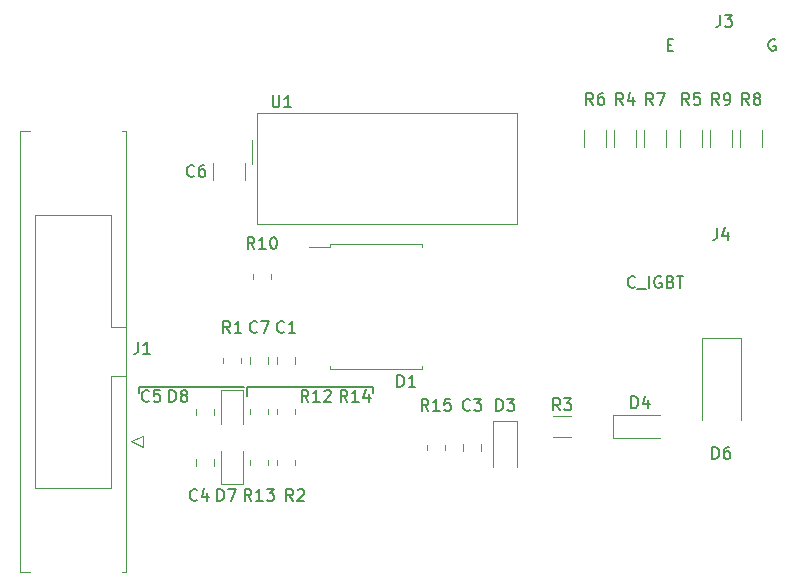
<source format=gbr>
%TF.GenerationSoftware,KiCad,Pcbnew,(6.0.1)*%
%TF.CreationDate,2022-08-22T15:24:11+03:00*%
%TF.ProjectId,Driver_Board,44726976-6572-45f4-926f-6172642e6b69,rev?*%
%TF.SameCoordinates,Original*%
%TF.FileFunction,Legend,Top*%
%TF.FilePolarity,Positive*%
%FSLAX46Y46*%
G04 Gerber Fmt 4.6, Leading zero omitted, Abs format (unit mm)*
G04 Created by KiCad (PCBNEW (6.0.1)) date 2022-08-22 15:24:11*
%MOMM*%
%LPD*%
G01*
G04 APERTURE LIST*
%ADD10C,0.150000*%
%ADD11C,0.120000*%
G04 APERTURE END LIST*
D10*
X78486000Y-81788000D02*
X78486000Y-81026000D01*
X89154000Y-81026000D02*
X89154000Y-81534000D01*
X78232000Y-81026000D02*
X69342000Y-81026000D01*
X69342000Y-81026000D02*
X69342000Y-81534000D01*
X78486000Y-81026000D02*
X89154000Y-81026000D01*
X114085714Y-51998571D02*
X114419047Y-51998571D01*
X114561904Y-52522380D02*
X114085714Y-52522380D01*
X114085714Y-51522380D01*
X114561904Y-51522380D01*
X111339523Y-72493142D02*
X111291904Y-72540761D01*
X111149047Y-72588380D01*
X111053809Y-72588380D01*
X110910952Y-72540761D01*
X110815714Y-72445523D01*
X110768095Y-72350285D01*
X110720476Y-72159809D01*
X110720476Y-72016952D01*
X110768095Y-71826476D01*
X110815714Y-71731238D01*
X110910952Y-71636000D01*
X111053809Y-71588380D01*
X111149047Y-71588380D01*
X111291904Y-71636000D01*
X111339523Y-71683619D01*
X111530000Y-72683619D02*
X112291904Y-72683619D01*
X112530000Y-72588380D02*
X112530000Y-71588380D01*
X113530000Y-71636000D02*
X113434761Y-71588380D01*
X113291904Y-71588380D01*
X113149047Y-71636000D01*
X113053809Y-71731238D01*
X113006190Y-71826476D01*
X112958571Y-72016952D01*
X112958571Y-72159809D01*
X113006190Y-72350285D01*
X113053809Y-72445523D01*
X113149047Y-72540761D01*
X113291904Y-72588380D01*
X113387142Y-72588380D01*
X113530000Y-72540761D01*
X113577619Y-72493142D01*
X113577619Y-72159809D01*
X113387142Y-72159809D01*
X114339523Y-72064571D02*
X114482380Y-72112190D01*
X114530000Y-72159809D01*
X114577619Y-72255047D01*
X114577619Y-72397904D01*
X114530000Y-72493142D01*
X114482380Y-72540761D01*
X114387142Y-72588380D01*
X114006190Y-72588380D01*
X114006190Y-71588380D01*
X114339523Y-71588380D01*
X114434761Y-71636000D01*
X114482380Y-71683619D01*
X114530000Y-71778857D01*
X114530000Y-71874095D01*
X114482380Y-71969333D01*
X114434761Y-72016952D01*
X114339523Y-72064571D01*
X114006190Y-72064571D01*
X114863333Y-71588380D02*
X115434761Y-71588380D01*
X115149047Y-72588380D02*
X115149047Y-71588380D01*
X123197904Y-51570000D02*
X123102666Y-51522380D01*
X122959809Y-51522380D01*
X122816952Y-51570000D01*
X122721714Y-51665238D01*
X122674095Y-51760476D01*
X122626476Y-51950952D01*
X122626476Y-52093809D01*
X122674095Y-52284285D01*
X122721714Y-52379523D01*
X122816952Y-52474761D01*
X122959809Y-52522380D01*
X123055047Y-52522380D01*
X123197904Y-52474761D01*
X123245523Y-52427142D01*
X123245523Y-52093809D01*
X123055047Y-52093809D01*
%TO.C,J3*%
X118538666Y-49490380D02*
X118538666Y-50204666D01*
X118491047Y-50347523D01*
X118395809Y-50442761D01*
X118252952Y-50490380D01*
X118157714Y-50490380D01*
X118919619Y-49490380D02*
X119538666Y-49490380D01*
X119205333Y-49871333D01*
X119348190Y-49871333D01*
X119443428Y-49918952D01*
X119491047Y-49966571D01*
X119538666Y-50061809D01*
X119538666Y-50299904D01*
X119491047Y-50395142D01*
X119443428Y-50442761D01*
X119348190Y-50490380D01*
X119062476Y-50490380D01*
X118967238Y-50442761D01*
X118919619Y-50395142D01*
%TO.C,C3*%
X97369333Y-82907142D02*
X97321714Y-82954761D01*
X97178857Y-83002380D01*
X97083619Y-83002380D01*
X96940761Y-82954761D01*
X96845523Y-82859523D01*
X96797904Y-82764285D01*
X96750285Y-82573809D01*
X96750285Y-82430952D01*
X96797904Y-82240476D01*
X96845523Y-82145238D01*
X96940761Y-82050000D01*
X97083619Y-82002380D01*
X97178857Y-82002380D01*
X97321714Y-82050000D01*
X97369333Y-82097619D01*
X97702666Y-82002380D02*
X98321714Y-82002380D01*
X97988380Y-82383333D01*
X98131238Y-82383333D01*
X98226476Y-82430952D01*
X98274095Y-82478571D01*
X98321714Y-82573809D01*
X98321714Y-82811904D01*
X98274095Y-82907142D01*
X98226476Y-82954761D01*
X98131238Y-83002380D01*
X97845523Y-83002380D01*
X97750285Y-82954761D01*
X97702666Y-82907142D01*
%TO.C,R8*%
X120991333Y-57094380D02*
X120658000Y-56618190D01*
X120419904Y-57094380D02*
X120419904Y-56094380D01*
X120800857Y-56094380D01*
X120896095Y-56142000D01*
X120943714Y-56189619D01*
X120991333Y-56284857D01*
X120991333Y-56427714D01*
X120943714Y-56522952D01*
X120896095Y-56570571D01*
X120800857Y-56618190D01*
X120419904Y-56618190D01*
X121562761Y-56522952D02*
X121467523Y-56475333D01*
X121419904Y-56427714D01*
X121372285Y-56332476D01*
X121372285Y-56284857D01*
X121419904Y-56189619D01*
X121467523Y-56142000D01*
X121562761Y-56094380D01*
X121753238Y-56094380D01*
X121848476Y-56142000D01*
X121896095Y-56189619D01*
X121943714Y-56284857D01*
X121943714Y-56332476D01*
X121896095Y-56427714D01*
X121848476Y-56475333D01*
X121753238Y-56522952D01*
X121562761Y-56522952D01*
X121467523Y-56570571D01*
X121419904Y-56618190D01*
X121372285Y-56713428D01*
X121372285Y-56903904D01*
X121419904Y-56999142D01*
X121467523Y-57046761D01*
X121562761Y-57094380D01*
X121753238Y-57094380D01*
X121848476Y-57046761D01*
X121896095Y-56999142D01*
X121943714Y-56903904D01*
X121943714Y-56713428D01*
X121896095Y-56618190D01*
X121848476Y-56570571D01*
X121753238Y-56522952D01*
%TO.C,R13*%
X78859142Y-90622380D02*
X78525809Y-90146190D01*
X78287714Y-90622380D02*
X78287714Y-89622380D01*
X78668666Y-89622380D01*
X78763904Y-89670000D01*
X78811523Y-89717619D01*
X78859142Y-89812857D01*
X78859142Y-89955714D01*
X78811523Y-90050952D01*
X78763904Y-90098571D01*
X78668666Y-90146190D01*
X78287714Y-90146190D01*
X79811523Y-90622380D02*
X79240095Y-90622380D01*
X79525809Y-90622380D02*
X79525809Y-89622380D01*
X79430571Y-89765238D01*
X79335333Y-89860476D01*
X79240095Y-89908095D01*
X80144857Y-89622380D02*
X80763904Y-89622380D01*
X80430571Y-90003333D01*
X80573428Y-90003333D01*
X80668666Y-90050952D01*
X80716285Y-90098571D01*
X80763904Y-90193809D01*
X80763904Y-90431904D01*
X80716285Y-90527142D01*
X80668666Y-90574761D01*
X80573428Y-90622380D01*
X80287714Y-90622380D01*
X80192476Y-90574761D01*
X80144857Y-90527142D01*
%TO.C,R7*%
X112863333Y-57094380D02*
X112530000Y-56618190D01*
X112291904Y-57094380D02*
X112291904Y-56094380D01*
X112672857Y-56094380D01*
X112768095Y-56142000D01*
X112815714Y-56189619D01*
X112863333Y-56284857D01*
X112863333Y-56427714D01*
X112815714Y-56522952D01*
X112768095Y-56570571D01*
X112672857Y-56618190D01*
X112291904Y-56618190D01*
X113196666Y-56094380D02*
X113863333Y-56094380D01*
X113434761Y-57094380D01*
%TO.C,R14*%
X86987142Y-82240380D02*
X86653809Y-81764190D01*
X86415714Y-82240380D02*
X86415714Y-81240380D01*
X86796666Y-81240380D01*
X86891904Y-81288000D01*
X86939523Y-81335619D01*
X86987142Y-81430857D01*
X86987142Y-81573714D01*
X86939523Y-81668952D01*
X86891904Y-81716571D01*
X86796666Y-81764190D01*
X86415714Y-81764190D01*
X87939523Y-82240380D02*
X87368095Y-82240380D01*
X87653809Y-82240380D02*
X87653809Y-81240380D01*
X87558571Y-81383238D01*
X87463333Y-81478476D01*
X87368095Y-81526095D01*
X88796666Y-81573714D02*
X88796666Y-82240380D01*
X88558571Y-81192761D02*
X88320476Y-81907047D01*
X88939523Y-81907047D01*
%TO.C,J1*%
X69262666Y-77176380D02*
X69262666Y-77890666D01*
X69215047Y-78033523D01*
X69119809Y-78128761D01*
X68976952Y-78176380D01*
X68881714Y-78176380D01*
X70262666Y-78176380D02*
X69691238Y-78176380D01*
X69976952Y-78176380D02*
X69976952Y-77176380D01*
X69881714Y-77319238D01*
X69786476Y-77414476D01*
X69691238Y-77462095D01*
%TO.C,C6*%
X74001333Y-63095142D02*
X73953714Y-63142761D01*
X73810857Y-63190380D01*
X73715619Y-63190380D01*
X73572761Y-63142761D01*
X73477523Y-63047523D01*
X73429904Y-62952285D01*
X73382285Y-62761809D01*
X73382285Y-62618952D01*
X73429904Y-62428476D01*
X73477523Y-62333238D01*
X73572761Y-62238000D01*
X73715619Y-62190380D01*
X73810857Y-62190380D01*
X73953714Y-62238000D01*
X74001333Y-62285619D01*
X74858476Y-62190380D02*
X74668000Y-62190380D01*
X74572761Y-62238000D01*
X74525142Y-62285619D01*
X74429904Y-62428476D01*
X74382285Y-62618952D01*
X74382285Y-62999904D01*
X74429904Y-63095142D01*
X74477523Y-63142761D01*
X74572761Y-63190380D01*
X74763238Y-63190380D01*
X74858476Y-63142761D01*
X74906095Y-63095142D01*
X74953714Y-62999904D01*
X74953714Y-62761809D01*
X74906095Y-62666571D01*
X74858476Y-62618952D01*
X74763238Y-62571333D01*
X74572761Y-62571333D01*
X74477523Y-62618952D01*
X74429904Y-62666571D01*
X74382285Y-62761809D01*
%TO.C,J4*%
X118284666Y-67524380D02*
X118284666Y-68238666D01*
X118237047Y-68381523D01*
X118141809Y-68476761D01*
X117998952Y-68524380D01*
X117903714Y-68524380D01*
X119189428Y-67857714D02*
X119189428Y-68524380D01*
X118951333Y-67476761D02*
X118713238Y-68191047D01*
X119332285Y-68191047D01*
%TO.C,C7*%
X79335333Y-76303142D02*
X79287714Y-76350761D01*
X79144857Y-76398380D01*
X79049619Y-76398380D01*
X78906761Y-76350761D01*
X78811523Y-76255523D01*
X78763904Y-76160285D01*
X78716285Y-75969809D01*
X78716285Y-75826952D01*
X78763904Y-75636476D01*
X78811523Y-75541238D01*
X78906761Y-75446000D01*
X79049619Y-75398380D01*
X79144857Y-75398380D01*
X79287714Y-75446000D01*
X79335333Y-75493619D01*
X79668666Y-75398380D02*
X80335333Y-75398380D01*
X79906761Y-76398380D01*
%TO.C,D7*%
X75969904Y-90622380D02*
X75969904Y-89622380D01*
X76208000Y-89622380D01*
X76350857Y-89670000D01*
X76446095Y-89765238D01*
X76493714Y-89860476D01*
X76541333Y-90050952D01*
X76541333Y-90193809D01*
X76493714Y-90384285D01*
X76446095Y-90479523D01*
X76350857Y-90574761D01*
X76208000Y-90622380D01*
X75969904Y-90622380D01*
X76874666Y-89622380D02*
X77541333Y-89622380D01*
X77112761Y-90622380D01*
%TO.C,R5*%
X115911333Y-57094380D02*
X115578000Y-56618190D01*
X115339904Y-57094380D02*
X115339904Y-56094380D01*
X115720857Y-56094380D01*
X115816095Y-56142000D01*
X115863714Y-56189619D01*
X115911333Y-56284857D01*
X115911333Y-56427714D01*
X115863714Y-56522952D01*
X115816095Y-56570571D01*
X115720857Y-56618190D01*
X115339904Y-56618190D01*
X116816095Y-56094380D02*
X116339904Y-56094380D01*
X116292285Y-56570571D01*
X116339904Y-56522952D01*
X116435142Y-56475333D01*
X116673238Y-56475333D01*
X116768476Y-56522952D01*
X116816095Y-56570571D01*
X116863714Y-56665809D01*
X116863714Y-56903904D01*
X116816095Y-56999142D01*
X116768476Y-57046761D01*
X116673238Y-57094380D01*
X116435142Y-57094380D01*
X116339904Y-57046761D01*
X116292285Y-56999142D01*
%TO.C,D6*%
X117879904Y-87066380D02*
X117879904Y-86066380D01*
X118118000Y-86066380D01*
X118260857Y-86114000D01*
X118356095Y-86209238D01*
X118403714Y-86304476D01*
X118451333Y-86494952D01*
X118451333Y-86637809D01*
X118403714Y-86828285D01*
X118356095Y-86923523D01*
X118260857Y-87018761D01*
X118118000Y-87066380D01*
X117879904Y-87066380D01*
X119308476Y-86066380D02*
X119118000Y-86066380D01*
X119022761Y-86114000D01*
X118975142Y-86161619D01*
X118879904Y-86304476D01*
X118832285Y-86494952D01*
X118832285Y-86875904D01*
X118879904Y-86971142D01*
X118927523Y-87018761D01*
X119022761Y-87066380D01*
X119213238Y-87066380D01*
X119308476Y-87018761D01*
X119356095Y-86971142D01*
X119403714Y-86875904D01*
X119403714Y-86637809D01*
X119356095Y-86542571D01*
X119308476Y-86494952D01*
X119213238Y-86447333D01*
X119022761Y-86447333D01*
X118927523Y-86494952D01*
X118879904Y-86542571D01*
X118832285Y-86637809D01*
%TO.C,D3*%
X99591904Y-83002380D02*
X99591904Y-82002380D01*
X99830000Y-82002380D01*
X99972857Y-82050000D01*
X100068095Y-82145238D01*
X100115714Y-82240476D01*
X100163333Y-82430952D01*
X100163333Y-82573809D01*
X100115714Y-82764285D01*
X100068095Y-82859523D01*
X99972857Y-82954761D01*
X99830000Y-83002380D01*
X99591904Y-83002380D01*
X100496666Y-82002380D02*
X101115714Y-82002380D01*
X100782380Y-82383333D01*
X100925238Y-82383333D01*
X101020476Y-82430952D01*
X101068095Y-82478571D01*
X101115714Y-82573809D01*
X101115714Y-82811904D01*
X101068095Y-82907142D01*
X101020476Y-82954761D01*
X100925238Y-83002380D01*
X100639523Y-83002380D01*
X100544285Y-82954761D01*
X100496666Y-82907142D01*
%TO.C,R2*%
X82383333Y-90622380D02*
X82050000Y-90146190D01*
X81811904Y-90622380D02*
X81811904Y-89622380D01*
X82192857Y-89622380D01*
X82288095Y-89670000D01*
X82335714Y-89717619D01*
X82383333Y-89812857D01*
X82383333Y-89955714D01*
X82335714Y-90050952D01*
X82288095Y-90098571D01*
X82192857Y-90146190D01*
X81811904Y-90146190D01*
X82764285Y-89717619D02*
X82811904Y-89670000D01*
X82907142Y-89622380D01*
X83145238Y-89622380D01*
X83240476Y-89670000D01*
X83288095Y-89717619D01*
X83335714Y-89812857D01*
X83335714Y-89908095D01*
X83288095Y-90050952D01*
X82716666Y-90622380D01*
X83335714Y-90622380D01*
%TO.C,C1*%
X81621333Y-76303142D02*
X81573714Y-76350761D01*
X81430857Y-76398380D01*
X81335619Y-76398380D01*
X81192761Y-76350761D01*
X81097523Y-76255523D01*
X81049904Y-76160285D01*
X81002285Y-75969809D01*
X81002285Y-75826952D01*
X81049904Y-75636476D01*
X81097523Y-75541238D01*
X81192761Y-75446000D01*
X81335619Y-75398380D01*
X81430857Y-75398380D01*
X81573714Y-75446000D01*
X81621333Y-75493619D01*
X82573714Y-76398380D02*
X82002285Y-76398380D01*
X82288000Y-76398380D02*
X82288000Y-75398380D01*
X82192761Y-75541238D01*
X82097523Y-75636476D01*
X82002285Y-75684095D01*
%TO.C,C4*%
X74255333Y-90527142D02*
X74207714Y-90574761D01*
X74064857Y-90622380D01*
X73969619Y-90622380D01*
X73826761Y-90574761D01*
X73731523Y-90479523D01*
X73683904Y-90384285D01*
X73636285Y-90193809D01*
X73636285Y-90050952D01*
X73683904Y-89860476D01*
X73731523Y-89765238D01*
X73826761Y-89670000D01*
X73969619Y-89622380D01*
X74064857Y-89622380D01*
X74207714Y-89670000D01*
X74255333Y-89717619D01*
X75112476Y-89955714D02*
X75112476Y-90622380D01*
X74874380Y-89574761D02*
X74636285Y-90289047D01*
X75255333Y-90289047D01*
%TO.C,R10*%
X79113142Y-69286380D02*
X78779809Y-68810190D01*
X78541714Y-69286380D02*
X78541714Y-68286380D01*
X78922666Y-68286380D01*
X79017904Y-68334000D01*
X79065523Y-68381619D01*
X79113142Y-68476857D01*
X79113142Y-68619714D01*
X79065523Y-68714952D01*
X79017904Y-68762571D01*
X78922666Y-68810190D01*
X78541714Y-68810190D01*
X80065523Y-69286380D02*
X79494095Y-69286380D01*
X79779809Y-69286380D02*
X79779809Y-68286380D01*
X79684571Y-68429238D01*
X79589333Y-68524476D01*
X79494095Y-68572095D01*
X80684571Y-68286380D02*
X80779809Y-68286380D01*
X80875047Y-68334000D01*
X80922666Y-68381619D01*
X80970285Y-68476857D01*
X81017904Y-68667333D01*
X81017904Y-68905428D01*
X80970285Y-69095904D01*
X80922666Y-69191142D01*
X80875047Y-69238761D01*
X80779809Y-69286380D01*
X80684571Y-69286380D01*
X80589333Y-69238761D01*
X80541714Y-69191142D01*
X80494095Y-69095904D01*
X80446476Y-68905428D01*
X80446476Y-68667333D01*
X80494095Y-68476857D01*
X80541714Y-68381619D01*
X80589333Y-68334000D01*
X80684571Y-68286380D01*
%TO.C,C5*%
X70191333Y-82145142D02*
X70143714Y-82192761D01*
X70000857Y-82240380D01*
X69905619Y-82240380D01*
X69762761Y-82192761D01*
X69667523Y-82097523D01*
X69619904Y-82002285D01*
X69572285Y-81811809D01*
X69572285Y-81668952D01*
X69619904Y-81478476D01*
X69667523Y-81383238D01*
X69762761Y-81288000D01*
X69905619Y-81240380D01*
X70000857Y-81240380D01*
X70143714Y-81288000D01*
X70191333Y-81335619D01*
X71096095Y-81240380D02*
X70619904Y-81240380D01*
X70572285Y-81716571D01*
X70619904Y-81668952D01*
X70715142Y-81621333D01*
X70953238Y-81621333D01*
X71048476Y-81668952D01*
X71096095Y-81716571D01*
X71143714Y-81811809D01*
X71143714Y-82049904D01*
X71096095Y-82145142D01*
X71048476Y-82192761D01*
X70953238Y-82240380D01*
X70715142Y-82240380D01*
X70619904Y-82192761D01*
X70572285Y-82145142D01*
%TO.C,R4*%
X110323333Y-57094380D02*
X109990000Y-56618190D01*
X109751904Y-57094380D02*
X109751904Y-56094380D01*
X110132857Y-56094380D01*
X110228095Y-56142000D01*
X110275714Y-56189619D01*
X110323333Y-56284857D01*
X110323333Y-56427714D01*
X110275714Y-56522952D01*
X110228095Y-56570571D01*
X110132857Y-56618190D01*
X109751904Y-56618190D01*
X111180476Y-56427714D02*
X111180476Y-57094380D01*
X110942380Y-56046761D02*
X110704285Y-56761047D01*
X111323333Y-56761047D01*
%TO.C,U1*%
X80650595Y-56296380D02*
X80650595Y-57105904D01*
X80698214Y-57201142D01*
X80745833Y-57248761D01*
X80841071Y-57296380D01*
X81031547Y-57296380D01*
X81126785Y-57248761D01*
X81174404Y-57201142D01*
X81222023Y-57105904D01*
X81222023Y-56296380D01*
X82222023Y-57296380D02*
X81650595Y-57296380D01*
X81936309Y-57296380D02*
X81936309Y-56296380D01*
X81841071Y-56439238D01*
X81745833Y-56534476D01*
X81650595Y-56582095D01*
%TO.C,D1*%
X91209904Y-80970380D02*
X91209904Y-79970380D01*
X91448000Y-79970380D01*
X91590857Y-80018000D01*
X91686095Y-80113238D01*
X91733714Y-80208476D01*
X91781333Y-80398952D01*
X91781333Y-80541809D01*
X91733714Y-80732285D01*
X91686095Y-80827523D01*
X91590857Y-80922761D01*
X91448000Y-80970380D01*
X91209904Y-80970380D01*
X92733714Y-80970380D02*
X92162285Y-80970380D01*
X92448000Y-80970380D02*
X92448000Y-79970380D01*
X92352761Y-80113238D01*
X92257523Y-80208476D01*
X92162285Y-80256095D01*
%TO.C,D4*%
X111021904Y-82780380D02*
X111021904Y-81780380D01*
X111260000Y-81780380D01*
X111402857Y-81828000D01*
X111498095Y-81923238D01*
X111545714Y-82018476D01*
X111593333Y-82208952D01*
X111593333Y-82351809D01*
X111545714Y-82542285D01*
X111498095Y-82637523D01*
X111402857Y-82732761D01*
X111260000Y-82780380D01*
X111021904Y-82780380D01*
X112450476Y-82113714D02*
X112450476Y-82780380D01*
X112212380Y-81732761D02*
X111974285Y-82447047D01*
X112593333Y-82447047D01*
%TO.C,R9*%
X118451333Y-57094380D02*
X118118000Y-56618190D01*
X117879904Y-57094380D02*
X117879904Y-56094380D01*
X118260857Y-56094380D01*
X118356095Y-56142000D01*
X118403714Y-56189619D01*
X118451333Y-56284857D01*
X118451333Y-56427714D01*
X118403714Y-56522952D01*
X118356095Y-56570571D01*
X118260857Y-56618190D01*
X117879904Y-56618190D01*
X118927523Y-57094380D02*
X119118000Y-57094380D01*
X119213238Y-57046761D01*
X119260857Y-56999142D01*
X119356095Y-56856285D01*
X119403714Y-56665809D01*
X119403714Y-56284857D01*
X119356095Y-56189619D01*
X119308476Y-56142000D01*
X119213238Y-56094380D01*
X119022761Y-56094380D01*
X118927523Y-56142000D01*
X118879904Y-56189619D01*
X118832285Y-56284857D01*
X118832285Y-56522952D01*
X118879904Y-56618190D01*
X118927523Y-56665809D01*
X119022761Y-56713428D01*
X119213238Y-56713428D01*
X119308476Y-56665809D01*
X119356095Y-56618190D01*
X119403714Y-56522952D01*
%TO.C,R3*%
X104989333Y-82960380D02*
X104656000Y-82484190D01*
X104417904Y-82960380D02*
X104417904Y-81960380D01*
X104798857Y-81960380D01*
X104894095Y-82008000D01*
X104941714Y-82055619D01*
X104989333Y-82150857D01*
X104989333Y-82293714D01*
X104941714Y-82388952D01*
X104894095Y-82436571D01*
X104798857Y-82484190D01*
X104417904Y-82484190D01*
X105322666Y-81960380D02*
X105941714Y-81960380D01*
X105608380Y-82341333D01*
X105751238Y-82341333D01*
X105846476Y-82388952D01*
X105894095Y-82436571D01*
X105941714Y-82531809D01*
X105941714Y-82769904D01*
X105894095Y-82865142D01*
X105846476Y-82912761D01*
X105751238Y-82960380D01*
X105465523Y-82960380D01*
X105370285Y-82912761D01*
X105322666Y-82865142D01*
%TO.C,R15*%
X93845142Y-83002380D02*
X93511809Y-82526190D01*
X93273714Y-83002380D02*
X93273714Y-82002380D01*
X93654666Y-82002380D01*
X93749904Y-82050000D01*
X93797523Y-82097619D01*
X93845142Y-82192857D01*
X93845142Y-82335714D01*
X93797523Y-82430952D01*
X93749904Y-82478571D01*
X93654666Y-82526190D01*
X93273714Y-82526190D01*
X94797523Y-83002380D02*
X94226095Y-83002380D01*
X94511809Y-83002380D02*
X94511809Y-82002380D01*
X94416571Y-82145238D01*
X94321333Y-82240476D01*
X94226095Y-82288095D01*
X95702285Y-82002380D02*
X95226095Y-82002380D01*
X95178476Y-82478571D01*
X95226095Y-82430952D01*
X95321333Y-82383333D01*
X95559428Y-82383333D01*
X95654666Y-82430952D01*
X95702285Y-82478571D01*
X95749904Y-82573809D01*
X95749904Y-82811904D01*
X95702285Y-82907142D01*
X95654666Y-82954761D01*
X95559428Y-83002380D01*
X95321333Y-83002380D01*
X95226095Y-82954761D01*
X95178476Y-82907142D01*
%TO.C,D8*%
X71905904Y-82240380D02*
X71905904Y-81240380D01*
X72144000Y-81240380D01*
X72286857Y-81288000D01*
X72382095Y-81383238D01*
X72429714Y-81478476D01*
X72477333Y-81668952D01*
X72477333Y-81811809D01*
X72429714Y-82002285D01*
X72382095Y-82097523D01*
X72286857Y-82192761D01*
X72144000Y-82240380D01*
X71905904Y-82240380D01*
X73048761Y-81668952D02*
X72953523Y-81621333D01*
X72905904Y-81573714D01*
X72858285Y-81478476D01*
X72858285Y-81430857D01*
X72905904Y-81335619D01*
X72953523Y-81288000D01*
X73048761Y-81240380D01*
X73239238Y-81240380D01*
X73334476Y-81288000D01*
X73382095Y-81335619D01*
X73429714Y-81430857D01*
X73429714Y-81478476D01*
X73382095Y-81573714D01*
X73334476Y-81621333D01*
X73239238Y-81668952D01*
X73048761Y-81668952D01*
X72953523Y-81716571D01*
X72905904Y-81764190D01*
X72858285Y-81859428D01*
X72858285Y-82049904D01*
X72905904Y-82145142D01*
X72953523Y-82192761D01*
X73048761Y-82240380D01*
X73239238Y-82240380D01*
X73334476Y-82192761D01*
X73382095Y-82145142D01*
X73429714Y-82049904D01*
X73429714Y-81859428D01*
X73382095Y-81764190D01*
X73334476Y-81716571D01*
X73239238Y-81668952D01*
%TO.C,R6*%
X107783333Y-57094380D02*
X107450000Y-56618190D01*
X107211904Y-57094380D02*
X107211904Y-56094380D01*
X107592857Y-56094380D01*
X107688095Y-56142000D01*
X107735714Y-56189619D01*
X107783333Y-56284857D01*
X107783333Y-56427714D01*
X107735714Y-56522952D01*
X107688095Y-56570571D01*
X107592857Y-56618190D01*
X107211904Y-56618190D01*
X108640476Y-56094380D02*
X108450000Y-56094380D01*
X108354761Y-56142000D01*
X108307142Y-56189619D01*
X108211904Y-56332476D01*
X108164285Y-56522952D01*
X108164285Y-56903904D01*
X108211904Y-56999142D01*
X108259523Y-57046761D01*
X108354761Y-57094380D01*
X108545238Y-57094380D01*
X108640476Y-57046761D01*
X108688095Y-56999142D01*
X108735714Y-56903904D01*
X108735714Y-56665809D01*
X108688095Y-56570571D01*
X108640476Y-56522952D01*
X108545238Y-56475333D01*
X108354761Y-56475333D01*
X108259523Y-56522952D01*
X108211904Y-56570571D01*
X108164285Y-56665809D01*
%TO.C,R1*%
X77049333Y-76398380D02*
X76716000Y-75922190D01*
X76477904Y-76398380D02*
X76477904Y-75398380D01*
X76858857Y-75398380D01*
X76954095Y-75446000D01*
X77001714Y-75493619D01*
X77049333Y-75588857D01*
X77049333Y-75731714D01*
X77001714Y-75826952D01*
X76954095Y-75874571D01*
X76858857Y-75922190D01*
X76477904Y-75922190D01*
X78001714Y-76398380D02*
X77430285Y-76398380D01*
X77716000Y-76398380D02*
X77716000Y-75398380D01*
X77620761Y-75541238D01*
X77525523Y-75636476D01*
X77430285Y-75684095D01*
%TO.C,R12*%
X83685142Y-82240380D02*
X83351809Y-81764190D01*
X83113714Y-82240380D02*
X83113714Y-81240380D01*
X83494666Y-81240380D01*
X83589904Y-81288000D01*
X83637523Y-81335619D01*
X83685142Y-81430857D01*
X83685142Y-81573714D01*
X83637523Y-81668952D01*
X83589904Y-81716571D01*
X83494666Y-81764190D01*
X83113714Y-81764190D01*
X84637523Y-82240380D02*
X84066095Y-82240380D01*
X84351809Y-82240380D02*
X84351809Y-81240380D01*
X84256571Y-81383238D01*
X84161333Y-81478476D01*
X84066095Y-81526095D01*
X85018476Y-81335619D02*
X85066095Y-81288000D01*
X85161333Y-81240380D01*
X85399428Y-81240380D01*
X85494666Y-81288000D01*
X85542285Y-81335619D01*
X85589904Y-81430857D01*
X85589904Y-81526095D01*
X85542285Y-81668952D01*
X84970857Y-82240380D01*
X85589904Y-82240380D01*
D11*
%TO.C,C3*%
X98271000Y-85844748D02*
X98271000Y-86367252D01*
X96801000Y-85844748D02*
X96801000Y-86367252D01*
%TO.C,R8*%
X122068000Y-60645064D02*
X122068000Y-59190936D01*
X120248000Y-60645064D02*
X120248000Y-59190936D01*
%TO.C,R13*%
X80237000Y-87603064D02*
X80237000Y-87148936D01*
X78767000Y-87603064D02*
X78767000Y-87148936D01*
%TO.C,R7*%
X112120000Y-60645064D02*
X112120000Y-59190936D01*
X113940000Y-60645064D02*
X113940000Y-59190936D01*
%TO.C,R14*%
X80237000Y-82852436D02*
X80237000Y-83306564D01*
X78767000Y-82852436D02*
X78767000Y-83306564D01*
%TO.C,J1*%
X69644500Y-86098000D02*
X69644500Y-85098000D01*
X69644500Y-85098000D02*
X68644500Y-85598000D01*
X68254500Y-59278000D02*
X67884500Y-59278000D01*
X60104500Y-96678000D02*
X59234500Y-96678000D01*
X68254500Y-80028000D02*
X66944500Y-80028000D01*
X68644500Y-85598000D02*
X69644500Y-86098000D01*
X66944500Y-89518000D02*
X60544500Y-89518000D01*
X68254500Y-96678000D02*
X68254500Y-59278000D01*
X66944500Y-66438000D02*
X66944500Y-75928000D01*
X67884500Y-96678000D02*
X68254500Y-96678000D01*
X66944500Y-75928000D02*
X66944500Y-75928000D01*
X66944500Y-80028000D02*
X66944500Y-89518000D01*
X60544500Y-89518000D02*
X60544500Y-66438000D01*
X59234500Y-96678000D02*
X59234500Y-59278000D01*
X66944500Y-75928000D02*
X68254500Y-75928000D01*
X59234500Y-59278000D02*
X60104500Y-59278000D01*
X60544500Y-66438000D02*
X66944500Y-66438000D01*
%TO.C,C6*%
X78322000Y-63449252D02*
X78322000Y-62026748D01*
X75602000Y-63449252D02*
X75602000Y-62026748D01*
%TO.C,C7*%
X80237000Y-79001252D02*
X80237000Y-78478748D01*
X78767000Y-79001252D02*
X78767000Y-78478748D01*
%TO.C,D7*%
X78176000Y-89236000D02*
X78176000Y-86376000D01*
X76256000Y-89236000D02*
X78176000Y-89236000D01*
X76256000Y-86376000D02*
X76256000Y-89236000D01*
%TO.C,R5*%
X115168000Y-60645064D02*
X115168000Y-59190936D01*
X116988000Y-60645064D02*
X116988000Y-59190936D01*
%TO.C,D6*%
X116968000Y-76880000D02*
X116968000Y-83780000D01*
X120268000Y-76880000D02*
X120268000Y-83780000D01*
X120268000Y-76880000D02*
X116968000Y-76880000D01*
%TO.C,D3*%
X101330000Y-83856000D02*
X101330000Y-87756000D01*
X101330000Y-83856000D02*
X99330000Y-83856000D01*
X99330000Y-83856000D02*
X99330000Y-87756000D01*
%TO.C,R2*%
X82523000Y-87148936D02*
X82523000Y-87603064D01*
X81053000Y-87148936D02*
X81053000Y-87603064D01*
%TO.C,C1*%
X81053000Y-79001252D02*
X81053000Y-78478748D01*
X82523000Y-79001252D02*
X82523000Y-78478748D01*
%TO.C,C4*%
X74195000Y-87637252D02*
X74195000Y-87114748D01*
X75665000Y-87637252D02*
X75665000Y-87114748D01*
%TO.C,R10*%
X79021000Y-71400936D02*
X79021000Y-71855064D01*
X80491000Y-71400936D02*
X80491000Y-71855064D01*
%TO.C,C5*%
X75665000Y-82818248D02*
X75665000Y-83340752D01*
X74195000Y-82818248D02*
X74195000Y-83340752D01*
%TO.C,R4*%
X111400000Y-60645064D02*
X111400000Y-59190936D01*
X109580000Y-60645064D02*
X109580000Y-59190936D01*
%TO.C,U1*%
X101332500Y-67204000D02*
X79292500Y-67204000D01*
X101332500Y-57764000D02*
X101332500Y-67204000D01*
X79292500Y-67204000D02*
X79292500Y-57764000D01*
X78912500Y-60084000D02*
X78912500Y-62084000D01*
X79292500Y-57764000D02*
X101332500Y-57764000D01*
%TO.C,D1*%
X85548000Y-79428000D02*
X85548000Y-79173000D01*
X93268000Y-68908000D02*
X93268000Y-69163000D01*
X85548000Y-69163000D02*
X83733000Y-69163000D01*
X93268000Y-79428000D02*
X93268000Y-79173000D01*
X89408000Y-79428000D02*
X93268000Y-79428000D01*
X89408000Y-79428000D02*
X85548000Y-79428000D01*
X85548000Y-68908000D02*
X85548000Y-69163000D01*
X89408000Y-68908000D02*
X93268000Y-68908000D01*
X89408000Y-68908000D02*
X85548000Y-68908000D01*
%TO.C,D4*%
X109510000Y-83328000D02*
X109510000Y-85328000D01*
X109510000Y-85328000D02*
X113410000Y-85328000D01*
X109510000Y-83328000D02*
X113410000Y-83328000D01*
%TO.C,R9*%
X117708000Y-60645064D02*
X117708000Y-59190936D01*
X119528000Y-60645064D02*
X119528000Y-59190936D01*
%TO.C,R3*%
X104428936Y-83418000D02*
X105883064Y-83418000D01*
X104428936Y-85238000D02*
X105883064Y-85238000D01*
%TO.C,R15*%
X95223000Y-85878936D02*
X95223000Y-86333064D01*
X93753000Y-85878936D02*
X93753000Y-86333064D01*
%TO.C,D8*%
X78176000Y-84079500D02*
X78176000Y-81219500D01*
X76256000Y-81219500D02*
X76256000Y-84079500D01*
X78176000Y-81219500D02*
X76256000Y-81219500D01*
%TO.C,R6*%
X108860000Y-60645064D02*
X108860000Y-59190936D01*
X107040000Y-60645064D02*
X107040000Y-59190936D01*
%TO.C,R1*%
X77951000Y-78967064D02*
X77951000Y-78512936D01*
X76481000Y-78967064D02*
X76481000Y-78512936D01*
%TO.C,R12*%
X82523000Y-83306564D02*
X82523000Y-82852436D01*
X81053000Y-83306564D02*
X81053000Y-82852436D01*
%TD*%
M02*

</source>
